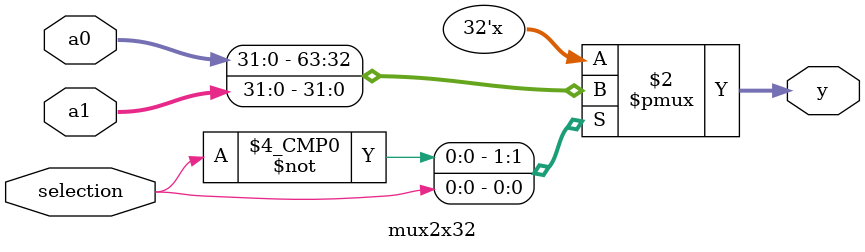
<source format=v>

`timescale 1ns / 1ps

module mux2x32(input [31:0] a0, a1,
               input selection,
               output reg [31:0] y);
               
    always@(a0, a1, selection) begin
        case(selection)
            1'b0: 
                y = a0;
            1'b1:
                y = a1;
        endcase
    end
endmodule

</source>
